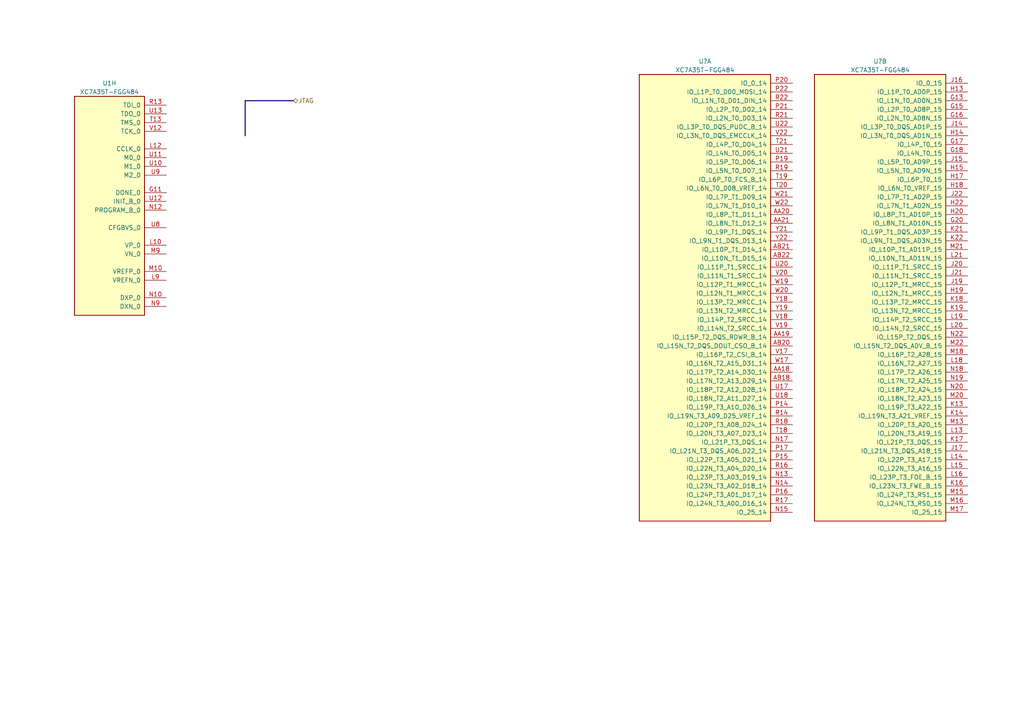
<source format=kicad_sch>
(kicad_sch (version 20250114) (generator "eeschema") (generator_version "9.0")
  (paper "A4")
  (lib_symbols
    (symbol "FPGA_Xilinx_Artix7:XC7A35T-FGG484" (pin_names (offset 1.016))
      (property "Reference" "U" (at -87.63 15.24 0))
      (property "Value" "XC7A35T-FGG484" (at -87.63 12.7 0))
      (symbol "XC7A35T-FGG484_1_1"
        (rectangle (start -19.05 64.77) (end 19.05 -64.77) (stroke (width 0.254)) (fill (type background)))
        (pin bidirectional line (at 25.4 62.23 180) (length 6.35) (name "IO_0_14") (number "P20"))
        (pin bidirectional line (at 25.4 59.69 180) (length 6.35) (name "IO_L1P_T0_D00_MOSI_14") (number "P22"))
        (pin bidirectional line (at 25.4 57.15 180) (length 6.35) (name "IO_L1N_T0_D01_DIN_14") (number "R22"))
        (pin bidirectional line (at 25.4 54.61 180) (length 6.35) (name "IO_L2P_T0_D02_14") (number "P21"))
        (pin bidirectional line (at 25.4 52.07 180) (length 6.35) (name "IO_L2N_T0_D03_14") (number "R21"))
        (pin bidirectional line (at 25.4 49.53 180) (length 6.35) (name "IO_L3P_T0_DQS_PUDC_B_14") (number "U22"))
        (pin bidirectional line (at 25.4 46.99 180) (length 6.35) (name "IO_L3N_T0_DQS_EMCCLK_14") (number "V22"))
        (pin bidirectional line (at 25.4 44.45 180) (length 6.35) (name "IO_L4P_T0_D04_14") (number "T21"))
        (pin bidirectional line (at 25.4 41.91 180) (length 6.35) (name "IO_L4N_T0_D05_14") (number "U21"))
        (pin bidirectional line (at 25.4 39.37 180) (length 6.35) (name "IO_L5P_T0_D06_14") (number "P19"))
        (pin bidirectional line (at 25.4 36.83 180) (length 6.35) (name "IO_L5N_T0_D07_14") (number "R19"))
        (pin bidirectional line (at 25.4 34.29 180) (length 6.35) (name "IO_L6P_T0_FCS_B_14") (number "T19"))
        (pin bidirectional line (at 25.4 31.75 180) (length 6.35) (name "IO_L6N_T0_D08_VREF_14") (number "T20"))
        (pin bidirectional line (at 25.4 29.21 180) (length 6.35) (name "IO_L7P_T1_D09_14") (number "W21"))
        (pin bidirectional line (at 25.4 26.67 180) (length 6.35) (name "IO_L7N_T1_D10_14") (number "W22"))
        (pin bidirectional line (at 25.4 24.13 180) (length 6.35) (name "IO_L8P_T1_D11_14") (number "AA20"))
        (pin bidirectional line (at 25.4 21.59 180) (length 6.35) (name "IO_L8N_T1_D12_14") (number "AA21"))
        (pin bidirectional line (at 25.4 19.05 180) (length 6.35) (name "IO_L9P_T1_DQS_14") (number "Y21"))
        (pin bidirectional line (at 25.4 16.51 180) (length 6.35) (name "IO_L9N_T1_DQS_D13_14") (number "Y22"))
        (pin bidirectional line (at 25.4 13.97 180) (length 6.35) (name "IO_L10P_T1_D14_14") (number "AB21"))
        (pin bidirectional line (at 25.4 11.43 180) (length 6.35) (name "IO_L10N_T1_D15_14") (number "AB22"))
        (pin bidirectional line (at 25.4 8.89 180) (length 6.35) (name "IO_L11P_T1_SRCC_14") (number "U20"))
        (pin bidirectional line (at 25.4 6.35 180) (length 6.35) (name "IO_L11N_T1_SRCC_14") (number "V20"))
        (pin bidirectional line (at 25.4 3.81 180) (length 6.35) (name "IO_L12P_T1_MRCC_14") (number "W19"))
        (pin bidirectional line (at 25.4 1.27 180) (length 6.35) (name "IO_L12N_T1_MRCC_14") (number "W20"))
        (pin bidirectional line (at 25.4 -1.27 180) (length 6.35) (name "IO_L13P_T2_MRCC_14") (number "Y18"))
        (pin bidirectional line (at 25.4 -3.81 180) (length 6.35) (name "IO_L13N_T2_MRCC_14") (number "Y19"))
        (pin bidirectional line (at 25.4 -6.35 180) (length 6.35) (name "IO_L14P_T2_SRCC_14") (number "V18"))
        (pin bidirectional line (at 25.4 -8.89 180) (length 6.35) (name "IO_L14N_T2_SRCC_14") (number "V19"))
        (pin bidirectional line (at 25.4 -11.43 180) (length 6.35) (name "IO_L15P_T2_DQS_RDWR_B_14") (number "AA19"))
        (pin bidirectional line (at 25.4 -13.97 180) (length 6.35) (name "IO_L15N_T2_DQS_DOUT_CSO_B_14") (number "AB20"))
        (pin bidirectional line (at 25.4 -16.51 180) (length 6.35) (name "IO_L16P_T2_CSI_B_14") (number "V17"))
        (pin bidirectional line (at 25.4 -19.05 180) (length 6.35) (name "IO_L16N_T2_A15_D31_14") (number "W17"))
        (pin bidirectional line (at 25.4 -21.59 180) (length 6.35) (name "IO_L17P_T2_A14_D30_14") (number "AA18"))
        (pin bidirectional line (at 25.4 -24.13 180) (length 6.35) (name "IO_L17N_T2_A13_D29_14") (number "AB18"))
        (pin bidirectional line (at 25.4 -26.67 180) (length 6.35) (name "IO_L18P_T2_A12_D28_14") (number "U17"))
        (pin bidirectional line (at 25.4 -29.21 180) (length 6.35) (name "IO_L18N_T2_A11_D27_14") (number "U18"))
        (pin bidirectional line (at 25.4 -31.75 180) (length 6.35) (name "IO_L19P_T3_A10_D26_14") (number "P14"))
        (pin bidirectional line (at 25.4 -34.29 180) (length 6.35) (name "IO_L19N_T3_A09_D25_VREF_14") (number "R14"))
        (pin bidirectional line (at 25.4 -36.83 180) (length 6.35) (name "IO_L20P_T3_A08_D24_14") (number "R18"))
        (pin bidirectional line (at 25.4 -39.37 180) (length 6.35) (name "IO_L20N_T3_A07_D23_14") (number "T18"))
        (pin bidirectional line (at 25.4 -41.91 180) (length 6.35) (name "IO_L21P_T3_DQS_14") (number "N17"))
        (pin bidirectional line (at 25.4 -44.45 180) (length 6.35) (name "IO_L21N_T3_DQS_A06_D22_14") (number "P17"))
        (pin bidirectional line (at 25.4 -46.99 180) (length 6.35) (name "IO_L22P_T3_A05_D21_14") (number "P15"))
        (pin bidirectional line (at 25.4 -49.53 180) (length 6.35) (name "IO_L22N_T3_A04_D20_14") (number "R16"))
        (pin bidirectional line (at 25.4 -52.07 180) (length 6.35) (name "IO_L23P_T3_A03_D19_14") (number "N13"))
        (pin bidirectional line (at 25.4 -54.61 180) (length 6.35) (name "IO_L23N_T3_A02_D18_14") (number "N14"))
        (pin bidirectional line (at 25.4 -57.15 180) (length 6.35) (name "IO_L24P_T3_A01_D17_14") (number "P16"))
        (pin bidirectional line (at 25.4 -59.69 180) (length 6.35) (name "IO_L24N_T3_A00_D16_14") (number "R17"))
        (pin bidirectional line (at 25.4 -62.23 180) (length 6.35) (name "IO_25_14") (number "N15"))
      )
      (symbol "XC7A35T-FGG484_2_1"
        (rectangle (start -19.05 64.77) (end 19.05 -64.77) (stroke (width 0.254)) (fill (type background)))
        (pin bidirectional line (at 25.4 62.23 180) (length 6.35) (name "IO_0_15") (number "J16"))
        (pin bidirectional line (at 25.4 59.69 180) (length 6.35) (name "IO_L1P_T0_AD0P_15") (number "H13"))
        (pin bidirectional line (at 25.4 57.15 180) (length 6.35) (name "IO_L1N_T0_AD0N_15") (number "G13"))
        (pin bidirectional line (at 25.4 54.61 180) (length 6.35) (name "IO_L2P_T0_AD8P_15") (number "G15"))
        (pin bidirectional line (at 25.4 52.07 180) (length 6.35) (name "IO_L2N_T0_AD8N_15") (number "G16"))
        (pin bidirectional line (at 25.4 49.53 180) (length 6.35) (name "IO_L3P_T0_DQS_AD1P_15") (number "J14"))
        (pin bidirectional line (at 25.4 46.99 180) (length 6.35) (name "IO_L3N_T0_DQS_AD1N_15") (number "H14"))
        (pin bidirectional line (at 25.4 44.45 180) (length 6.35) (name "IO_L4P_T0_15") (number "G17"))
        (pin bidirectional line (at 25.4 41.91 180) (length 6.35) (name "IO_L4N_T0_15") (number "G18"))
        (pin bidirectional line (at 25.4 39.37 180) (length 6.35) (name "IO_L5P_T0_AD9P_15") (number "J15"))
        (pin bidirectional line (at 25.4 36.83 180) (length 6.35) (name "IO_L5N_T0_AD9N_15") (number "H15"))
        (pin bidirectional line (at 25.4 34.29 180) (length 6.35) (name "IO_L6P_T0_15") (number "H17"))
        (pin bidirectional line (at 25.4 31.75 180) (length 6.35) (name "IO_L6N_T0_VREF_15") (number "H18"))
        (pin bidirectional line (at 25.4 29.21 180) (length 6.35) (name "IO_L7P_T1_AD2P_15") (number "J22"))
        (pin bidirectional line (at 25.4 26.67 180) (length 6.35) (name "IO_L7N_T1_AD2N_15") (number "H22"))
        (pin bidirectional line (at 25.4 24.13 180) (length 6.35) (name "IO_L8P_T1_AD10P_15") (number "H20"))
        (pin bidirectional line (at 25.4 21.59 180) (length 6.35) (name "IO_L8N_T1_AD10N_15") (number "G20"))
        (pin bidirectional line (at 25.4 19.05 180) (length 6.35) (name "IO_L9P_T1_DQS_AD3P_15") (number "K21"))
        (pin bidirectional line (at 25.4 16.51 180) (length 6.35) (name "IO_L9N_T1_DQS_AD3N_15") (number "K22"))
        (pin bidirectional line (at 25.4 13.97 180) (length 6.35) (name "IO_L10P_T1_AD11P_15") (number "M21"))
        (pin bidirectional line (at 25.4 11.43 180) (length 6.35) (name "IO_L10N_T1_AD11N_15") (number "L21"))
        (pin bidirectional line (at 25.4 8.89 180) (length 6.35) (name "IO_L11P_T1_SRCC_15") (number "J20"))
        (pin bidirectional line (at 25.4 6.35 180) (length 6.35) (name "IO_L11N_T1_SRCC_15") (number "J21"))
        (pin bidirectional line (at 25.4 3.81 180) (length 6.35) (name "IO_L12P_T1_MRCC_15") (number "J19"))
        (pin bidirectional line (at 25.4 1.27 180) (length 6.35) (name "IO_L12N_T1_MRCC_15") (number "H19"))
        (pin bidirectional line (at 25.4 -1.27 180) (length 6.35) (name "IO_L13P_T2_MRCC_15") (number "K18"))
        (pin bidirectional line (at 25.4 -3.81 180) (length 6.35) (name "IO_L13N_T2_MRCC_15") (number "K19"))
        (pin bidirectional line (at 25.4 -6.35 180) (length 6.35) (name "IO_L14P_T2_SRCC_15") (number "L19"))
        (pin bidirectional line (at 25.4 -8.89 180) (length 6.35) (name "IO_L14N_T2_SRCC_15") (number "L20"))
        (pin bidirectional line (at 25.4 -11.43 180) (length 6.35) (name "IO_L15P_T2_DQS_15") (number "N22"))
        (pin bidirectional line (at 25.4 -13.97 180) (length 6.35) (name "IO_L15N_T2_DQS_ADV_B_15") (number "M22"))
        (pin bidirectional line (at 25.4 -16.51 180) (length 6.35) (name "IO_L16P_T2_A28_15") (number "M18"))
        (pin bidirectional line (at 25.4 -19.05 180) (length 6.35) (name "IO_L16N_T2_A27_15") (number "L18"))
        (pin bidirectional line (at 25.4 -21.59 180) (length 6.35) (name "IO_L17P_T2_A26_15") (number "N18"))
        (pin bidirectional line (at 25.4 -24.13 180) (length 6.35) (name "IO_L17N_T2_A25_15") (number "N19"))
        (pin bidirectional line (at 25.4 -26.67 180) (length 6.35) (name "IO_L18P_T2_A24_15") (number "N20"))
        (pin bidirectional line (at 25.4 -29.21 180) (length 6.35) (name "IO_L18N_T2_A23_15") (number "M20"))
        (pin bidirectional line (at 25.4 -31.75 180) (length 6.35) (name "IO_L19P_T3_A22_15") (number "K13"))
        (pin bidirectional line (at 25.4 -34.29 180) (length 6.35) (name "IO_L19N_T3_A21_VREF_15") (number "K14"))
        (pin bidirectional line (at 25.4 -36.83 180) (length 6.35) (name "IO_L20P_T3_A20_15") (number "M13"))
        (pin bidirectional line (at 25.4 -39.37 180) (length 6.35) (name "IO_L20N_T3_A19_15") (number "L13"))
        (pin bidirectional line (at 25.4 -41.91 180) (length 6.35) (name "IO_L21P_T3_DQS_15") (number "K17"))
        (pin bidirectional line (at 25.4 -44.45 180) (length 6.35) (name "IO_L21N_T3_DQS_A18_15") (number "J17"))
        (pin bidirectional line (at 25.4 -46.99 180) (length 6.35) (name "IO_L22P_T3_A17_15") (number "L14"))
        (pin bidirectional line (at 25.4 -49.53 180) (length 6.35) (name "IO_L22N_T3_A16_15") (number "L15"))
        (pin bidirectional line (at 25.4 -52.07 180) (length 6.35) (name "IO_L23P_T3_FOE_B_15") (number "L16"))
        (pin bidirectional line (at 25.4 -54.61 180) (length 6.35) (name "IO_L23N_T3_FWE_B_15") (number "K16"))
        (pin bidirectional line (at 25.4 -57.15 180) (length 6.35) (name "IO_L24P_T3_RS1_15") (number "M15"))
        (pin bidirectional line (at 25.4 -59.69 180) (length 6.35) (name "IO_L24N_T3_RS0_15") (number "M16"))
        (pin bidirectional line (at 25.4 -62.23 180) (length 6.35) (name "IO_25_15") (number "M17"))
      )
      (symbol "XC7A35T-FGG484_3_1"
        (rectangle (start -19.05 64.77) (end 19.05 -64.77) (stroke (width 0.254)) (fill (type background)))
        (pin bidirectional line (at 25.4 62.23 180) (length 6.35) (name "IO_0_16") (number "F15"))
        (pin bidirectional line (at 25.4 59.69 180) (length 6.35) (name "IO_L1P_T0_16") (number "F13"))
        (pin bidirectional line (at 25.4 57.15 180) (length 6.35) (name "IO_L1N_T0_16") (number "F14"))
        (pin bidirectional line (at 25.4 54.61 180) (length 6.35) (name "IO_L2P_T0_16") (number "F16"))
        (pin bidirectional line (at 25.4 52.07 180) (length 6.35) (name "IO_L2N_T0_16") (number "E17"))
        (pin bidirectional line (at 25.4 49.53 180) (length 6.35) (name "IO_L3P_T0_DQS_16") (number "C14"))
        (pin bidirectional line (at 25.4 46.99 180) (length 6.35) (name "IO_L3N_T0_DQS_16") (number "C15"))
        (pin bidirectional line (at 25.4 44.45 180) (length 6.35) (name "IO_L4P_T0_16") (number "E13"))
        (pin bidirectional line (at 25.4 41.91 180) (length 6.35) (name "IO_L4N_T0_16") (number "E14"))
        (pin bidirectional line (at 25.4 39.37 180) (length 6.35) (name "IO_L5P_T0_16") (number "E16"))
        (pin bidirectional line (at 25.4 36.83 180) (length 6.35) (name "IO_L5N_T0_16") (number "D16"))
        (pin bidirectional line (at 25.4 34.29 180) (length 6.35) (name "IO_L6P_T0_16") (number "D14"))
        (pin bidirectional line (at 25.4 31.75 180) (length 6.35) (name "IO_L6N_T0_VREF_16") (number "D15"))
        (pin bidirectional line (at 25.4 29.21 180) (length 6.35) (name "IO_L7P_T1_16") (number "B15"))
        (pin bidirectional line (at 25.4 26.67 180) (length 6.35) (name "IO_L7N_T1_16") (number "B16"))
        (pin bidirectional line (at 25.4 24.13 180) (length 6.35) (name "IO_L8P_T1_16") (number "C13"))
        (pin bidirectional line (at 25.4 21.59 180) (length 6.35) (name "IO_L8N_T1_16") (number "B13"))
        (pin bidirectional line (at 25.4 19.05 180) (length 6.35) (name "IO_L9P_T1_DQS_16") (number "A15"))
        (pin bidirectional line (at 25.4 16.51 180) (length 6.35) (name "IO_L9N_T1_DQS_16") (number "A16"))
        (pin bidirectional line (at 25.4 13.97 180) (length 6.35) (name "IO_L10P_T1_16") (number "A13"))
        (pin bidirectional line (at 25.4 11.43 180) (length 6.35) (name "IO_L10N_T1_16") (number "A14"))
        (pin bidirectional line (at 25.4 8.89 180) (length 6.35) (name "IO_L11P_T1_SRCC_16") (number "B17"))
        (pin bidirectional line (at 25.4 6.35 180) (length 6.35) (name "IO_L11N_T1_SRCC_16") (number "B18"))
        (pin bidirectional line (at 25.4 3.81 180) (length 6.35) (name "IO_L12P_T1_MRCC_16") (number "D17"))
        (pin bidirectional line (at 25.4 1.27 180) (length 6.35) (name "IO_L12N_T1_MRCC_16") (number "C17"))
        (pin bidirectional line (at 25.4 -1.27 180) (length 6.35) (name "IO_L13P_T2_MRCC_16") (number "C18"))
        (pin bidirectional line (at 25.4 -3.81 180) (length 6.35) (name "IO_L13N_T2_MRCC_16") (number "C19"))
        (pin bidirectional line (at 25.4 -6.35 180) (length 6.35) (name "IO_L14P_T2_SRCC_16") (number "E19"))
        (pin bidirectional line (at 25.4 -8.89 180) (length 6.35) (name "IO_L14N_T2_SRCC_16") (number "D19"))
        (pin bidirectional line (at 25.4 -11.43 180) (length 6.35) (name "IO_L15P_T2_DQS_16") (number "F18"))
        (pin bidirectional line (at 25.4 -13.97 180) (length 6.35) (name "IO_L15N_T2_DQS_16") (number "E18"))
        (pin bidirectional line (at 25.4 -16.51 180) (length 6.35) (name "IO_L16P_T2_16") (number "B20"))
        (pin bidirectional line (at 25.4 -19.05 180) (length 6.35) (name "IO_L16N_T2_16") (number "A20"))
        (pin bidirectional line (at 25.4 -21.59 180) (length 6.35) (name "IO_L17P_T2_16") (number "A18"))
        (pin bidirectional line (at 25.4 -24.13 180) (length 6.35) (name "IO_L17N_T2_16") (number "A19"))
        (pin bidirectional line (at 25.4 -26.67 180) (length 6.35) (name "IO_L18P_T2_16") (number "F19"))
        (pin bidirectional line (at 25.4 -29.21 180) (length 6.35) (name "IO_L18N_T2_16") (number "F20"))
        (pin bidirectional line (at 25.4 -31.75 180) (length 6.35) (name "IO_L19P_T3_16") (number "D20"))
        (pin bidirectional line (at 25.4 -34.29 180) (length 6.35) (name "IO_L19N_T3_VREF_16") (number "C20"))
        (pin bidirectional line (at 25.4 -36.83 180) (length 6.35) (name "IO_L20P_T3_16") (number "C22"))
        (pin bidirectional line (at 25.4 -39.37 180) (length 6.35) (name "IO_L20N_T3_16") (number "B22"))
        (pin bidirectional line (at 25.4 -41.91 180) (length 6.35) (name "IO_L21P_T3_DQS_16") (number "B21"))
        (pin bidirectional line (at 25.4 -44.45 180) (length 6.35) (name "IO_L21N_T3_DQS_16") (number "A21"))
        (pin bidirectional line (at 25.4 -46.99 180) (length 6.35) (name "IO_L22P_T3_16") (number "E22"))
        (pin bidirectional line (at 25.4 -49.53 180) (length 6.35) (name "IO_L22N_T3_16") (number "D22"))
        (pin bidirectional line (at 25.4 -52.07 180) (length 6.35) (name "IO_L23P_T3_16") (number "E21"))
        (pin bidirectional line (at 25.4 -54.61 180) (length 6.35) (name "IO_L23N_T3_16") (number "D21"))
        (pin bidirectional line (at 25.4 -57.15 180) (length 6.35) (name "IO_L24P_T3_16") (number "G21"))
        (pin bidirectional line (at 25.4 -59.69 180) (length 6.35) (name "IO_L24N_T3_16") (number "G22"))
        (pin bidirectional line (at 25.4 -62.23 180) (length 6.35) (name "IO_25_16") (number "F21"))
      )
      (symbol "XC7A35T-FGG484_4_1"
        (rectangle (start -19.05 64.77) (end 19.05 -64.77) (stroke (width 0.254)) (fill (type background)))
        (pin bidirectional line (at 25.4 62.23 180) (length 6.35) (name "IO_0_34") (number "T3"))
        (pin bidirectional line (at 25.4 59.69 180) (length 6.35) (name "IO_L1P_T0_34") (number "T1"))
        (pin bidirectional line (at 25.4 57.15 180) (length 6.35) (name "IO_L1N_T0_34") (number "U1"))
        (pin bidirectional line (at 25.4 54.61 180) (length 6.35) (name "IO_L2P_T0_34") (number "U2"))
        (pin bidirectional line (at 25.4 52.07 180) (length 6.35) (name "IO_L2N_T0_34") (number "V2"))
        (pin bidirectional line (at 25.4 49.53 180) (length 6.35) (name "IO_L3P_T0_DQS_34") (number "R3"))
        (pin bidirectional line (at 25.4 46.99 180) (length 6.35) (name "IO_L3N_T0_DQS_34") (number "R2"))
        (pin bidirectional line (at 25.4 44.45 180) (length 6.35) (name "IO_L4P_T0_34") (number "W2"))
        (pin bidirectional line (at 25.4 41.91 180) (length 6.35) (name "IO_L4N_T0_34") (number "Y2"))
        (pin bidirectional line (at 25.4 39.37 180) (length 6.35) (name "IO_L5P_T0_34") (number "W1"))
        (pin bidirectional line (at 25.4 36.83 180) (length 6.35) (name "IO_L5N_T0_34") (number "Y1"))
        (pin bidirectional line (at 25.4 34.29 180) (length 6.35) (name "IO_L6P_T0_34") (number "U3"))
        (pin bidirectional line (at 25.4 31.75 180) (length 6.35) (name "IO_L6N_T0_VREF_34") (number "V3"))
        (pin bidirectional line (at 25.4 29.21 180) (length 6.35) (name "IO_L7P_T1_34") (number "AA1"))
        (pin bidirectional line (at 25.4 26.67 180) (length 6.35) (name "IO_L7N_T1_34") (number "AB1"))
        (pin bidirectional line (at 25.4 24.13 180) (length 6.35) (name "IO_L8P_T1_34") (number "AB3"))
        (pin bidirectional line (at 25.4 21.59 180) (length 6.35) (name "IO_L8N_T1_34") (number "AB2"))
        (pin bidirectional line (at 25.4 19.05 180) (length 6.35) (name "IO_L9P_T1_DQS_34") (number "Y3"))
        (pin bidirectional line (at 25.4 16.51 180) (length 6.35) (name "IO_L9N_T1_DQS_34") (number "AA3"))
        (pin bidirectional line (at 25.4 13.97 180) (length 6.35) (name "IO_L10P_T1_34") (number "AA5"))
        (pin bidirectional line (at 25.4 11.43 180) (length 6.35) (name "IO_L10N_T1_34") (number "AB5"))
        (pin bidirectional line (at 25.4 8.89 180) (length 6.35) (name "IO_L11P_T1_SRCC_34") (number "Y4"))
        (pin bidirectional line (at 25.4 6.35 180) (length 6.35) (name "IO_L11N_T1_SRCC_34") (number "AA4"))
        (pin bidirectional line (at 25.4 3.81 180) (length 6.35) (name "IO_L12P_T1_MRCC_34") (number "V4"))
        (pin bidirectional line (at 25.4 1.27 180) (length 6.35) (name "IO_L12N_T1_MRCC_34") (number "W4"))
        (pin bidirectional line (at 25.4 -1.27 180) (length 6.35) (name "IO_L13P_T2_MRCC_34") (number "R4"))
        (pin bidirectional line (at 25.4 -3.81 180) (length 6.35) (name "IO_L13N_T2_MRCC_34") (number "T4"))
        (pin bidirectional line (at 25.4 -6.35 180) (length 6.35) (name "IO_L14P_T2_SRCC_34") (number "T5"))
        (pin bidirectional line (at 25.4 -8.89 180) (length 6.35) (name "IO_L14N_T2_SRCC_34") (number "U5"))
        (pin bidirectional line (at 25.4 -11.43 180) (length 6.35) (name "IO_L15P_T2_DQS_34") (number "W6"))
        (pin bidirectional line (at 25.4 -13.97 180) (length 6.35) (name "IO_L15N_T2_DQS_34") (number "W5"))
        (pin bidirectional line (at 25.4 -16.51 180) (length 6.35) (name "IO_L16P_T2_34") (number "U6"))
        (pin bidirectional line (at 25.4 -19.05 180) (length 6.35) (name "IO_L16N_T2_34") (number "V5"))
        (pin bidirectional line (at 25.4 -21.59 180) (length 6.35) (name "IO_L17P_T2_34") (number "R6"))
        (pin bidirectional line (at 25.4 -24.13 180) (length 6.35) (name "IO_L17N_T2_34") (number "T6"))
        (pin bidirectional line (at 25.4 -26.67 180) (length 6.35) (name "IO_L18P_T2_34") (number "Y6"))
        (pin bidirectional line (at 25.4 -29.21 180) (length 6.35) (name "IO_L18N_T2_34") (number "AA6"))
        (pin bidirectional line (at 25.4 -31.75 180) (length 6.35) (name "IO_L19P_T3_34") (number "V7"))
        (pin bidirectional line (at 25.4 -34.29 180) (length 6.35) (name "IO_L19N_T3_VREF_34") (number "W7"))
        (pin bidirectional line (at 25.4 -36.83 180) (length 6.35) (name "IO_L20P_T3_34") (number "AB7"))
        (pin bidirectional line (at 25.4 -39.37 180) (length 6.35) (name "IO_L20N_T3_34") (number "AB6"))
        (pin bidirectional line (at 25.4 -41.91 180) (length 6.35) (name "IO_L21P_T3_DQS_34") (number "V9"))
        (pin bidirectional line (at 25.4 -44.45 180) (length 6.35) (name "IO_L21N_T3_DQS_34") (number "V8"))
        (pin bidirectional line (at 25.4 -46.99 180) (length 6.35) (name "IO_L22P_T3_34") (number "AA8"))
        (pin bidirectional line (at 25.4 -49.53 180) (length 6.35) (name "IO_L22N_T3_34") (number "AB8"))
        (pin bidirectional line (at 25.4 -52.07 180) (length 6.35) (name "IO_L23P_T3_34") (number "Y8"))
        (pin bidirectional line (at 25.4 -54.61 180) (length 6.35) (name "IO_L23N_T3_34") (number "Y7"))
        (pin bidirectional line (at 25.4 -57.15 180) (length 6.35) (name "IO_L24P_T3_34") (number "W9"))
        (pin bidirectional line (at 25.4 -59.69 180) (length 6.35) (name "IO_L24N_T3_34") (number "Y9"))
        (pin bidirectional line (at 25.4 -62.23 180) (length 6.35) (name "IO_25_34") (number "U7"))
      )
      (symbol "XC7A35T-FGG484_5_1"
        (rectangle (start -19.05 64.77) (end 19.05 -64.77) (stroke (width 0.254)) (fill (type background)))
        (pin bidirectional line (at 25.4 62.23 180) (length 6.35) (name "IO_0_35") (number "F4"))
        (pin bidirectional line (at 25.4 59.69 180) (length 6.35) (name "IO_L1P_T0_AD4P_35") (number "B1"))
        (pin bidirectional line (at 25.4 57.15 180) (length 6.35) (name "IO_L1N_T0_AD4N_35") (number "A1"))
        (pin bidirectional line (at 25.4 54.61 180) (length 6.35) (name "IO_L2P_T0_AD12P_35") (number "C2"))
        (pin bidirectional line (at 25.4 52.07 180) (length 6.35) (name "IO_L2N_T0_AD12N_35") (number "B2"))
        (pin bidirectional line (at 25.4 49.53 180) (length 6.35) (name "IO_L3P_T0_DQS_AD5P_35") (number "E1"))
        (pin bidirectional line (at 25.4 46.99 180) (length 6.35) (name "IO_L3N_T0_DQS_AD5N_35") (number "D1"))
        (pin bidirectional line (at 25.4 44.45 180) (length 6.35) (name "IO_L4P_T0_35") (number "E2"))
        (pin bidirectional line (at 25.4 41.91 180) (length 6.35) (name "IO_L4N_T0_35") (number "D2"))
        (pin bidirectional line (at 25.4 39.37 180) (length 6.35) (name "IO_L5P_T0_AD13P_35") (number "G1"))
        (pin bidirectional line (at 25.4 36.83 180) (length 6.35) (name "IO_L5N_T0_AD13N_35") (number "F1"))
        (pin bidirectional line (at 25.4 34.29 180) (length 6.35) (name "IO_L6P_T0_35") (number "F3"))
        (pin bidirectional line (at 25.4 31.75 180) (length 6.35) (name "IO_L6N_T0_VREF_35") (number "E3"))
        (pin bidirectional line (at 25.4 29.21 180) (length 6.35) (name "IO_L7P_T1_AD6P_35") (number "K1"))
        (pin bidirectional line (at 25.4 26.67 180) (length 6.35) (name "IO_L7N_T1_AD6N_35") (number "J1"))
        (pin bidirectional line (at 25.4 24.13 180) (length 6.35) (name "IO_L8P_T1_AD14P_35") (number "H2"))
        (pin bidirectional line (at 25.4 21.59 180) (length 6.35) (name "IO_L8N_T1_AD14N_35") (number "G2"))
        (pin bidirectional line (at 25.4 19.05 180) (length 6.35) (name "IO_L9P_T1_DQS_AD7P_35") (number "K2"))
        (pin bidirectional line (at 25.4 16.51 180) (length 6.35) (name "IO_L9N_T1_DQS_AD7N_35") (number "J2"))
        (pin bidirectional line (at 25.4 13.97 180) (length 6.35) (name "IO_L10P_T1_AD15P_35") (number "J5"))
        (pin bidirectional line (at 25.4 11.43 180) (length 6.35) (name "IO_L10N_T1_AD15N_35") (number "H5"))
        (pin bidirectional line (at 25.4 8.89 180) (length 6.35) (name "IO_L11P_T1_SRCC_35") (number "H3"))
        (pin bidirectional line (at 25.4 6.35 180) (length 6.35) (name "IO_L11N_T1_SRCC_35") (number "G3"))
        (pin bidirectional line (at 25.4 3.81 180) (length 6.35) (name "IO_L12P_T1_MRCC_35") (number "H4"))
        (pin bidirectional line (at 25.4 1.27 180) (length 6.35) (name "IO_L12N_T1_MRCC_35") (number "G4"))
        (pin bidirectional line (at 25.4 -1.27 180) (length 6.35) (name "IO_L13P_T2_MRCC_35") (number "K4"))
        (pin bidirectional line (at 25.4 -3.81 180) (length 6.35) (name "IO_L13N_T2_MRCC_35") (number "J4"))
        (pin bidirectional line (at 25.4 -6.35 180) (length 6.35) (name "IO_L14P_T2_SRCC_35") (number "L3"))
        (pin bidirectional line (at 25.4 -8.89 180) (length 6.35) (name "IO_L14N_T2_SRCC_35") (number "K3"))
        (pin bidirectional line (at 25.4 -11.43 180) (length 6.35) (name "IO_L15P_T2_DQS_35") (number "M1"))
        (pin bidirectional line (at 25.4 -13.97 180) (length 6.35) (name "IO_L15N_T2_DQS_35") (number "L1"))
        (pin bidirectional line (at 25.4 -16.51 180) (length 6.35) (name "IO_L16P_T2_35") (number "M3"))
        (pin bidirectional line (at 25.4 -19.05 180) (length 6.35) (name "IO_L16N_T2_35") (number "M2"))
        (pin bidirectional line (at 25.4 -21.59 180) (length 6.35) (name "IO_L17P_T2_35") (number "K6"))
        (pin bidirectional line (at 25.4 -24.13 180) (length 6.35) (name "IO_L17N_T2_35") (number "J6"))
        (pin bidirectional line (at 25.4 -26.67 180) (length 6.35) (name "IO_L18P_T2_35") (number "L5"))
        (pin bidirectional line (at 25.4 -29.21 180) (length 6.35) (name "IO_L18N_T2_35") (number "L4"))
        (pin bidirectional line (at 25.4 -31.75 180) (length 6.35) (name "IO_L19P_T3_35") (number "N4"))
        (pin bidirectional line (at 25.4 -34.29 180) (length 6.35) (name "IO_L19N_T3_VREF_35") (number "N3"))
        (pin bidirectional line (at 25.4 -36.83 180) (length 6.35) (name "IO_L20P_T3_35") (number "R1"))
        (pin bidirectional line (at 25.4 -39.37 180) (length 6.35) (name "IO_L20N_T3_35") (number "P1"))
        (pin bidirectional line (at 25.4 -41.91 180) (length 6.35) (name "IO_L21P_T3_DQS_35") (number "P5"))
        (pin bidirectional line (at 25.4 -44.45 180) (length 6.35) (name "IO_L21N_T3_DQS_35") (number "P4"))
        (pin bidirectional line (at 25.4 -46.99 180) (length 6.35) (name "IO_L22P_T3_35") (number "P2"))
        (pin bidirectional line (at 25.4 -49.53 180) (length 6.35) (name "IO_L22N_T3_35") (number "N2"))
        (pin bidirectional line (at 25.4 -52.07 180) (length 6.35) (name "IO_L23P_T3_35") (number "M6"))
        (pin bidirectional line (at 25.4 -54.61 180) (length 6.35) (name "IO_L23N_T3_35") (number "M5"))
        (pin bidirectional line (at 25.4 -57.15 180) (length 6.35) (name "IO_L24P_T3_35") (number "P6"))
        (pin bidirectional line (at 25.4 -59.69 180) (length 6.35) (name "IO_L24N_T3_35") (number "N5"))
        (pin bidirectional line (at 25.4 -62.23 180) (length 6.35) (name "IO_25_35") (number "L6"))
      )
      (symbol "XC7A35T-FGG484_6_1"
        (rectangle (start -12.7 29.21) (end 12.7 -29.21) (stroke (width 0.254)) (fill (type background)))
        (pin bidirectional line (at 19.05 26.67 180) (length 6.35) (name "MGTPTXP0_216") (number "B4"))
        (pin bidirectional line (at 19.05 24.13 180) (length 6.35) (name "MGTPTXN0_216") (number "A4"))
        (pin bidirectional line (at 19.05 21.59 180) (length 6.35) (name "MGTPTXP1_216") (number "D5"))
        (pin bidirectional line (at 19.05 19.05 180) (length 6.35) (name "MGTPTXN1_216") (number "C5"))
        (pin bidirectional line (at 19.05 16.51 180) (length 6.35) (name "MGTPTXP2_216") (number "B6"))
        (pin bidirectional line (at 19.05 13.97 180) (length 6.35) (name "MGTPTXN2_216") (number "A6"))
        (pin bidirectional line (at 19.05 11.43 180) (length 6.35) (name "MGTPTXP3_216") (number "D7"))
        (pin bidirectional line (at 19.05 8.89 180) (length 6.35) (name "MGTPTXN3_216") (number "C7"))
        (pin bidirectional line (at 19.05 3.81 180) (length 6.35) (name "MGTPRXP0_216") (number "B8"))
        (pin bidirectional line (at 19.05 1.27 180) (length 6.35) (name "MGTPRXN0_216") (number "A8"))
        (pin bidirectional line (at 19.05 -1.27 180) (length 6.35) (name "MGTPRXP1_216") (number "D11"))
        (pin bidirectional line (at 19.05 -3.81 180) (length 6.35) (name "MGTPRXN1_216") (number "C11"))
        (pin bidirectional line (at 19.05 -6.35 180) (length 6.35) (name "MGTPRXP2_216") (number "B10"))
        (pin bidirectional line (at 19.05 -8.89 180) (length 6.35) (name "MGTPRXN2_216") (number "A10"))
        (pin bidirectional line (at 19.05 -11.43 180) (length 6.35) (name "MGTPRXP3_216") (number "D9"))
        (pin bidirectional line (at 19.05 -13.97 180) (length 6.35) (name "MGTPRXN3_216") (number "C9"))
        (pin bidirectional line (at 19.05 -19.05 180) (length 6.35) (name "MGTREFCLK0P_216") (number "F6"))
        (pin bidirectional line (at 19.05 -21.59 180) (length 6.35) (name "MGTREFCLK0N_216") (number "E6"))
        (pin bidirectional line (at 19.05 -24.13 180) (length 6.35) (name "MGTREFCLK1P_216") (number "F10"))
        (pin bidirectional line (at 19.05 -26.67 180) (length 6.35) (name "MGTREFCLK1N_216") (number "E10"))
      )
      (symbol "XC7A35T-FGG484_7_1"
        (rectangle (start -13.97 11.43) (end 13.97 -11.43) (stroke (width 0.254)) (fill (type background)))
        (pin power_in line (at -20.32 8.89 0) (length 6.35) (name "MGTAVCC") (number "D6"))
        (pin power_in line (at -20.32 6.35 0) (length 6.35) (name "MGTAVCC") (number "D10"))
        (pin power_in line (at -20.32 3.81 0) (length 6.35) (name "MGTAVCC") (number "F7"))
        (pin power_in line (at -20.32 1.27 0) (length 6.35) (name "MGTAVCC") (number "F9"))
        (pin power_in line (at -20.32 -1.27 0) (length 6.35) (name "MGTAVCC") (number "E8"))
        (pin power_in line (at 20.32 8.89 180) (length 6.35) (name "MGTAVTT") (number "B5"))
        (pin power_in line (at 20.32 6.35 180) (length 6.35) (name "MGTAVTT") (number "B7"))
        (pin power_in line (at 20.32 3.81 180) (length 6.35) (name "MGTAVTT") (number "B9"))
        (pin power_in line (at 20.32 1.27 180) (length 6.35) (name "MGTAVTT") (number "B11"))
        (pin power_in line (at 20.32 -1.27 180) (length 6.35) (name "MGTAVTT") (number "C4"))
        (pin power_in line (at 20.32 -3.81 180) (length 6.35) (name "MGTAVTT") (number "C8"))
        (pin power_in line (at 20.32 -8.89 180) (length 6.35) (name "MGTRREF_216") (number "F8"))
      )
      (symbol "XC7A35T-FGG484_8_1"
        (rectangle (start -10.16 31.75) (end 10.16 -31.75) (stroke (width 0.254)) (fill (type background)))
        (pin bidirectional line (at 16.51 29.21 180) (length 6.35) (name "TDI_0") (number "R13"))
        (pin bidirectional line (at 16.51 26.67 180) (length 6.35) (name "TDO_0") (number "U13"))
        (pin bidirectional line (at 16.51 24.13 180) (length 6.35) (name "TMS_0") (number "T13"))
        (pin bidirectional line (at 16.51 21.59 180) (length 6.35) (name "TCK_0") (number "V12"))
        (pin bidirectional line (at 16.51 16.51 180) (length 6.35) (name "CCLK_0") (number "L12"))
        (pin bidirectional line (at 16.51 13.97 180) (length 6.35) (name "M0_0") (number "U11"))
        (pin bidirectional line (at 16.51 11.43 180) (length 6.35) (name "M1_0") (number "U10"))
        (pin bidirectional line (at 16.51 8.89 180) (length 6.35) (name "M2_0") (number "U9"))
        (pin bidirectional line (at 16.51 3.81 180) (length 6.35) (name "DONE_0") (number "G11"))
        (pin bidirectional line (at 16.51 1.27 180) (length 6.35) (name "INIT_B_0") (number "U12"))
        (pin bidirectional line (at 16.51 -1.27 180) (length 6.35) (name "PROGRAM_B_0") (number "N12"))
        (pin bidirectional line (at 16.51 -6.35 180) (length 6.35) (name "CFGBVS_0") (number "U8"))
        (pin bidirectional line (at 16.51 -11.43 180) (length 6.35) (name "VP_0") (number "L10"))
        (pin bidirectional line (at 16.51 -13.97 180) (length 6.35) (name "VN_0") (number "M9"))
        (pin bidirectional line (at 16.51 -19.05 180) (length 6.35) (name "VREFP_0") (number "M10"))
        (pin bidirectional line (at 16.51 -21.59 180) (length 6.35) (name "VREFN_0") (number "L9"))
        (pin bidirectional line (at 16.51 -26.67 180) (length 6.35) (name "DXP_0") (number "N10"))
        (pin bidirectional line (at 16.51 -29.21 180) (length 6.35) (name "DXN_0") (number "N9"))
      )
      (symbol "XC7A35T-FGG484_9_1"
        (rectangle (start -19.05 76.2) (end 19.05 -76.2) (stroke (width 0.254)) (fill (type background)))
        (pin power_in line (at -25.4 73.66 0) (length 6.35) (name "VCCAUX") (number "H12"))
        (pin power_in line (at -25.4 71.12 0) (length 6.35) (name "VCCAUX") (number "K12"))
        (pin power_in line (at -25.4 68.58 0) (length 6.35) (name "VCCAUX") (number "M12"))
        (pin power_in line (at -25.4 66.04 0) (length 6.35) (name "VCCAUX") (number "P12"))
        (pin power_in line (at -25.4 63.5 0) (length 6.35) (name "VCCAUX") (number "R11"))
        (pin power_in line (at -25.4 58.42 0) (length 6.35) (name "GNDADC_0") (number "K9"))
        (pin power_in line (at -25.4 55.88 0) (length 6.35) (name "VCCADC_0") (number "K10"))
        (pin power_in line (at -25.4 53.34 0) (length 6.35) (name "VCCBATT_0") (number "E12"))
        (pin power_in line (at -25.4 50.8 0) (length 6.35) (name "VCCBRAM") (number "J11"))
        (pin power_in line (at -25.4 48.26 0) (length 6.35) (name "VCCBRAM") (number "L11"))
        (pin power_in line (at -25.4 45.72 0) (length 6.35) (name "VCCBRAM") (number "N11"))
        (pin power_in line (at -25.4 35.56 0) (length 6.35) (name "GND") (number "A2"))
        (pin power_in line (at -25.4 33.02 0) (length 6.35) (name "GND") (number "A3"))
        (pin power_in line (at -25.4 30.48 0) (length 6.35) (name "GND") (number "A5"))
        (pin power_in line (at -25.4 27.94 0) (length 6.35) (name "GND") (number "A7"))
        (pin power_in line (at -25.4 25.4 0) (length 6.35) (name "GND") (number "A9"))
        (pin power_in line (at -25.4 22.86 0) (length 6.35) (name "GND") (number "A11"))
        (pin power_in line (at -25.4 20.32 0) (length 6.35) (name "GND") (number "A12"))
        (pin power_in line (at -25.4 17.78 0) (length 6.35) (name "GND") (number "A22"))
        (pin power_in line (at -25.4 15.24 0) (length 6.35) (name "GND") (number "B3"))
        (pin power_in line (at -25.4 12.7 0) (length 6.35) (name "GND") (number "B12"))
        (pin power_in line (at -25.4 10.16 0) (length 6.35) (name "GND") (number "B19"))
        (pin power_in line (at -25.4 7.62 0) (length 6.35) (name "GND") (number "C3"))
        (pin power_in line (at -25.4 5.08 0) (length 6.35) (name "GND") (number "C6"))
        (pin power_in line (at -25.4 2.54 0) (length 6.35) (name "GND") (number "C10"))
        (pin power_in line (at -25.4 0 0) (length 6.35) (name "GND") (number "C12"))
        (pin power_in line (at -25.4 -2.54 0) (length 6.35) (name "GND") (number "C16"))
        (pin power_in line (at -25.4 -5.08 0) (length 6.35) (name "GND") (number "D3"))
        (pin power_in line (at -25.4 -7.62 0) (length 6.35) (name "GND") (number "D4"))
        (pin power_in line (at -25.4 -10.16 0) (length 6.35) (name "GND") (number "D8"))
        (pin power_in line (at -25.4 -12.7 0) (length 6.35) (name "GND") (number "D12"))
        (pin power_in line (at -25.4 -15.24 0) (length 6.35) (name "GND") (number "D13"))
        (pin power_in line (at -25.4 -17.78 0) (length 6.35) (name "GND") (number "E4"))
        (pin power_in line (at -25.4 -20.32 0) (length 6.35) (name "GND") (number "E5"))
        (pin power_in line (at -25.4 -22.86 0) (length 6.35) (name "GND") (number "E7"))
        (pin power_in line (at -25.4 -25.4 0) (length 6.35) (name "GND") (number "E9"))
        (pin power_in line (at -25.4 -27.94 0) (length 6.35) (name "GND") (number "E11"))
        (pin power_in line (at -25.4 -30.48 0) (length 6.35) (name "GND") (number "E20"))
        (pin power_in line (at -25.4 -33.02 0) (length 6.35) (name "GND") (number "F5"))
        (pin power_in line (at -25.4 -35.56 0) (length 6.35) (name "GND") (number "F11"))
        (pin power_in line (at -25.4 -38.1 0) (length 6.35) (name "GND") (number "F17"))
        (pin power_in line (at -25.4 -40.64 0) (length 6.35) (name "GND") (number "G5"))
        (pin power_in line (at -25.4 -43.18 0) (length 6.35) (name "GND") (number "G6"))
        (pin power_in line (at -25.4 -45.72 0) (length 6.35) (name "GND") (number "G7"))
        (pin power_in line (at -25.4 -48.26 0) (length 6.35) (name "GND") (number "G8"))
        (pin power_in line (at -25.4 -50.8 0) (length 6.35) (name "GND") (number "G9"))
        (pin power_in line (at -25.4 -53.34 0) (length 6.35) (name "GND") (number "G10"))
        (pin power_in line (at -25.4 -55.88 0) (length 6.35) (name "GND") (number "G12"))
        (pin power_in line (at -25.4 -58.42 0) (length 6.35) (name "GND") (number "G14"))
        (pin power_in line (at -25.4 -60.96 0) (length 6.35) (name "GND") (number "H1"))
        (pin power_in line (at -25.4 -63.5 0) (length 6.35) (name "GND") (number "H7"))
        (pin power_in line (at -25.4 -66.04 0) (length 6.35) (name "GND") (number "H9"))
        (pin power_in line (at -25.4 -68.58 0) (length 6.35) (name "GND") (number "H11"))
        (pin power_in line (at -25.4 -71.12 0) (length 6.35) (name "GND") (number "H21"))
        (pin power_in line (at -25.4 -73.66 0) (length 6.35) (name "GND") (number "J8"))
        (pin power_in line (at 25.4 73.66 180) (length 6.35) (name "VCCINT") (number "H8"))
        (pin power_in line (at 25.4 71.12 180) (length 6.35) (name "VCCINT") (number "H10"))
        (pin power_in line (at 25.4 68.58 180) (length 6.35) (name "VCCINT") (number "J7"))
        (pin power_in line (at 25.4 66.04 180) (length 6.35) (name "VCCINT") (number "J9"))
        (pin power_in line (at 25.4 63.5 180) (length 6.35) (name "VCCINT") (number "K8"))
        (pin power_in line (at 25.4 60.96 180) (length 6.35) (name "VCCINT") (number "L7"))
        (pin power_in line (at 25.4 58.42 180) (length 6.35) (name "VCCINT") (number "M8"))
        (pin power_in line (at 25.4 55.88 180) (length 6.35) (name "VCCINT") (number "N7"))
        (pin power_in line (at 25.4 53.34 180) (length 6.35) (name "VCCINT") (number "P8"))
        (pin power_in line (at 25.4 50.8 180) (length 6.35) (name "VCCINT") (number "P10"))
        (pin power_in line (at 25.4 48.26 180) (length 6.35) (name "VCCINT") (number "R7"))
        (pin power_in line (at 25.4 45.72 180) (length 6.35) (name "VCCINT") (number "R9"))
        (pin power_in line (at 25.4 43.18 180) (length 6.35) (name "VCCINT") (number "T8"))
        (pin power_in line (at 25.4 40.64 180) (length 6.35) (name "VCCINT") (number "T10"))
        (pin power_in line (at 25.4 33.02 180) (length 6.35) (name "GND") (number "J10"))
        (pin power_in line (at 25.4 30.48 180) (length 6.35) (name "GND") (number "J12"))
        (pin power_in line (at 25.4 27.94 180) (length 6.35) (name "GND") (number "J18"))
        (pin power_in line (at 25.4 25.4 180) (length 6.35) (name "GND") (number "K5"))
        (pin power_in line (at 25.4 22.86 180) (length 6.35) (name "GND") (number "K7"))
        (pin power_in line (at 25.4 20.32 180) (length 6.35) (name "GND") (number "K11"))
        (pin power_in line (at 25.4 17.78 180) (length 6.35) (name "GND") (number "K15"))
        (pin power_in line (at 25.4 15.24 180) (length 6.35) (name "GND") (number "L2"))
        (pin power_in line (at 25.4 12.7 180) (length 6.35) (name "GND") (number "L8"))
        (pin power_in line (at 25.4 10.16 180) (length 6.35) (name "GND") (number "L22"))
        (pin power_in line (at 25.4 7.62 180) (length 6.35) (name "GND") (number "M7"))
        (pin power_in line (at 25.4 5.08 180) (length 6.35) (name "GND") (number "M11"))
        (pin power_in line (at 25.4 2.54 180) (length 6.35) (name "GND") (number "M19"))
        (pin power_in line (at 25.4 0 180) (length 6.35) (name "GND") (number "N6"))
        (pin power_in line (at 25.4 -2.54 180) (length 6.35) (name "GND") (number "N8"))
        (pin power_in line (at 25.4 -5.08 180) (length 6.35) (name "GND") (number "N16"))
        (pin power_in line (at 25.4 -7.62 180) (length 6.35) (name "GND") (number "P3"))
        (pin power_in line (at 25.4 -10.16 180) (length 6.35) (name "GND") (number "P7"))
        (pin power_in line (at 25.4 -12.7 180) (length 6.35) (name "GND") (number "P9"))
        (pin power_in line (at 25.4 -15.24 180) (length 6.35) (name "GND") (number "P11"))
        (pin power_in line (at 25.4 -17.78 180) (length 6.35) (name "GND") (number "P13"))
        (pin power_in line (at 25.4 -20.32 180) (length 6.35) (name "GND") (number "R8"))
        (pin power_in line (at 25.4 -22.86 180) (length 6.35) (name "GND") (number "R10"))
        (pin power_in line (at 25.4 -25.4 180) (length 6.35) (name "GND") (number "R12"))
        (pin power_in line (at 25.4 -27.94 180) (length 6.35) (name "GND") (number "R20"))
        (pin power_in line (at 25.4 -30.48 180) (length 6.35) (name "GND") (number "T7"))
        (pin power_in line (at 25.4 -33.02 180) (length 6.35) (name "GND") (number "T9"))
        (pin power_in line (at 25.4 -35.56 180) (length 6.35) (name "GND") (number "T11"))
        (pin power_in line (at 25.4 -38.1 180) (length 6.35) (name "GND") (number "T17"))
        (pin power_in line (at 25.4 -40.64 180) (length 6.35) (name "GND") (number "U4"))
        (pin power_in line (at 25.4 -43.18 180) (length 6.35) (name "GND") (number "U14"))
        (pin power_in line (at 25.4 -45.72 180) (length 6.35) (name "GND") (number "V1"))
        (pin power_in line (at 25.4 -48.26 180) (length 6.35) (name "GND") (number "V11"))
        (pin power_in line (at 25.4 -50.8 180) (length 6.35) (name "GND") (number "V21"))
        (pin power_in line (at 25.4 -53.34 180) (length 6.35) (name "GND") (number "W8"))
        (pin power_in line (at 25.4 -55.88 180) (length 6.35) (name "GND") (number "W18"))
        (pin power_in line (at 25.4 -58.42 180) (length 6.35) (name "GND") (number "Y5"))
        (pin power_in line (at 25.4 -60.96 180) (length 6.35) (name "GND") (number "Y15"))
        (pin power_in line (at 25.4 -63.5 180) (length 6.35) (name "GND") (number "AA2"))
        (pin power_in line (at 25.4 -66.04 180) (length 6.35) (name "GND") (number "AA12"))
        (pin power_in line (at 25.4 -68.58 180) (length 6.35) (name "GND") (number "AA22"))
        (pin power_in line (at 25.4 -71.12 180) (length 6.35) (name "GND") (number "AB9"))
        (pin power_in line (at 25.4 -73.66 180) (length 6.35) (name "GND") (number "AB19"))
      )
      (symbol "XC7A35T-FGG484_10_1"
        (rectangle (start -11.43 52.07) (end 11.43 -52.07) (stroke (width 0.254)) (fill (type background)))
        (pin power_in line (at 17.78 49.53 180) (length 6.35) (name "VCCO_0") (number "F12"))
        (pin power_in line (at 17.78 46.99 180) (length 6.35) (name "VCCO_0") (number "T12"))
        (pin power_in line (at 17.78 43.18 180) (length 6.35) (name "VCCO_13") (number "AA17"))
        (pin power_in line (at 17.78 40.64 180) (length 6.35) (name "VCCO_13") (number "AB14"))
        (pin power_in line (at 17.78 38.1 180) (length 6.35) (name "VCCO_13") (number "V16"))
        (pin power_in line (at 17.78 35.56 180) (length 6.35) (name "VCCO_13") (number "W13"))
        (pin power_in line (at 17.78 33.02 180) (length 6.35) (name "VCCO_13") (number "Y10"))
        (pin power_in line (at 17.78 29.21 180) (length 6.35) (name "VCCO_14") (number "M14"))
        (pin power_in line (at 17.78 26.67 180) (length 6.35) (name "VCCO_14") (number "P18"))
        (pin power_in line (at 17.78 24.13 180) (length 6.35) (name "VCCO_14") (number "R15"))
        (pin power_in line (at 17.78 21.59 180) (length 6.35) (name "VCCO_14") (number "T22"))
        (pin power_in line (at 17.78 19.05 180) (length 6.35) (name "VCCO_14") (number "U19"))
        (pin power_in line (at 17.78 16.51 180) (length 6.35) (name "VCCO_14") (number "Y20"))
        (pin power_in line (at 17.78 12.7 180) (length 6.35) (name "VCCO_15") (number "G19"))
        (pin power_in line (at 17.78 10.16 180) (length 6.35) (name "VCCO_15") (number "H16"))
        (pin power_in line (at 17.78 7.62 180) (length 6.35) (name "VCCO_15") (number "J13"))
        (pin power_in line (at 17.78 5.08 180) (length 6.35) (name "VCCO_15") (number "K20"))
        (pin power_in line (at 17.78 2.54 180) (length 6.35) (name "VCCO_15") (number "L17"))
        (pin power_in line (at 17.78 0 180) (length 6.35) (name "VCCO_15") (number "N21"))
        (pin power_in line (at 17.78 -3.81 180) (length 6.35) (name "VCCO_16") (number "A17"))
        (pin power_in line (at 17.78 -6.35 180) (length 6.35) (name "VCCO_16") (number "B14"))
        (pin power_in line (at 17.78 -8.89 180) (length 6.35) (name "VCCO_16") (number "C21"))
        (pin power_in line (at 17.78 -11.43 180) (length 6.35) (name "VCCO_16") (number "D18"))
        (pin power_in line (at 17.78 -13.97 180) (length 6.35) (name "VCCO_16") (number "E15"))
        (pin power_in line (at 17.78 -16.51 180) (length 6.35) (name "VCCO_16") (number "F22"))
        (pin power_in line (at 17.78 -20.32 180) (length 6.35) (name "VCCO_34") (number "AA7"))
        (pin power_in line (at 17.78 -22.86 180) (length 6.35) (name "VCCO_34") (number "AB4"))
        (pin power_in line (at 17.78 -25.4 180) (length 6.35) (name "VCCO_34") (number "R5"))
        (pin power_in line (at 17.78 -27.94 180) (length 6.35) (name "VCCO_34") (number "T2"))
        (pin power_in line (at 17.78 -30.48 180) (length 6.35) (name "VCCO_34") (number "V6"))
        (pin power_in line (at 17.78 -33.02 180) (length 6.35) (name "VCCO_34") (number "W3"))
        (pin power_in line (at 17.78 -36.83 180) (length 6.35) (name "VCCO_35") (number "C1"))
        (pin power_in line (at 17.78 -39.37 180) (length 6.35) (name "VCCO_35") (number "F2"))
        (pin power_in line (at 17.78 -41.91 180) (length 6.35) (name "VCCO_35") (number "H6"))
        (pin power_in line (at 17.78 -44.45 180) (length 6.35) (name "VCCO_35") (number "J3"))
        (pin power_in line (at 17.78 -46.99 180) (length 6.35) (name "VCCO_35") (number "M4"))
        (pin power_in line (at 17.78 -49.53 180) (length 6.35) (name "VCCO_35") (number "N1"))
      )
    )
  )
  (bus (pts (xy 71.12 29.21) (xy 71.12 39.37)))
  (bus (pts (xy 85.09 29.21) (xy 71.12 29.21)))
  (hierarchical_label "JTAG" (shape bidirectional) (at 85.09 29.21 0))
  (symbol (lib_id "FPGA_Xilinx_Artix7:XC7A35T-FGG484") (at 255.27 86.36 0) (unit 2)
    (property "Reference" "U?" (at 255.27 17.78 0))
    (property "Value" "XC7A35T-FGG484" (at 255.27 20.32 0))
    (property "Footprint" "Package_BGA:Xilinx_FGG484" (effects (hide yes)))
    (property "Description" "Artix 7 T 35 XC7A35T-FGG484" (effects (hide yes)))
  )
  (symbol (lib_id "FPGA_Xilinx_Artix7:XC7A35T-FGG484") (at 204.47 86.36 0) (unit 1)
    (property "Reference" "U?" (at 204.47 17.78 0))
    (property "Value" "XC7A35T-FGG484" (at 204.47 20.32 0))
    (property "Footprint" "Package_BGA:Xilinx_FGG484" (effects (hide yes)))
    (property "Description" "Artix 7 T 35 XC7A35T-FGG484" (effects (hide yes)))
  )
  (symbol (lib_id "FPGA_Xilinx_Artix7:XC7A35T-FGG484") (at 31.75 59.69 0) (unit 8)
    (property "Reference" "U1" (at 31.75 24.13 0))
    (property "Value" "XC7A35T-FGG484" (at 31.75 26.67 0))
    (property "Footprint" "Package_BGA:Xilinx_FGG484" (effects (hide yes)))
    (property "Description" "Artix 7 T 35 XC7A35T-FGG484" (effects (hide yes)))
  )
)
</source>
